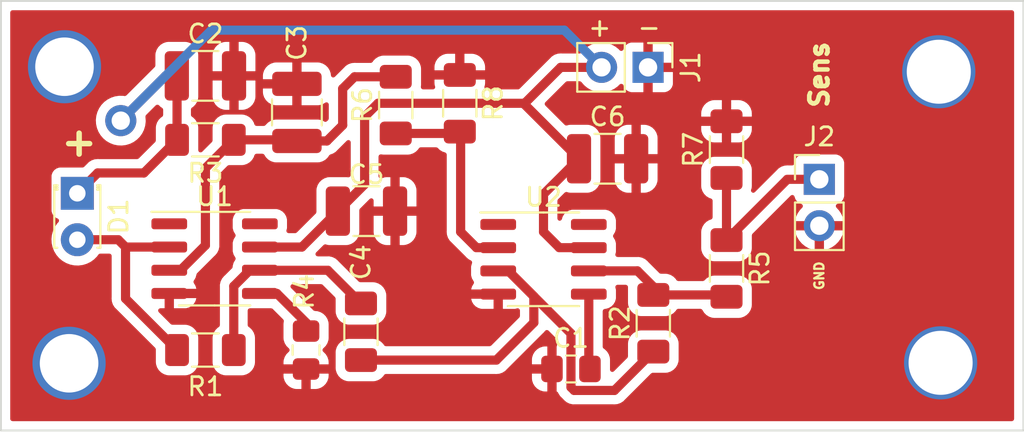
<source format=kicad_pcb>
(kicad_pcb (version 20211014) (generator pcbnew)
  (layers (0 "F.Cu" signal) (31 "B.Cu" signal) (34 "B.Paste" user) (35 "F.Paste" user) (36 "B.SilkS" user "B.Silkscreen") (37 "F.SilkS" user "F.Silkscreen") (38 "B.Mask" user) (39 "F.Mask" user) (44 "Edge.Cuts" user))
  (net 0 "")
  (net 1 "GND")
  (net 3 "+15V")
  (net 4 "Net-(C3-Pad1)")
  (net 5 "unconnected-(C4-Pad1)")
  (net 6 "Net-(D1-Pad2)")
  (net 7 "Net-(J2-Pad1)")
  (net 8 "Net-(R1-Pad2)")
  (net 13 "Net-(R2-Pad1)")
  (net 14 "Net-(R2-Pad2)")
  (net 15 "Net-(R6-Pad1)")
  (net 17 "unconnected-(U2-Pad5)")
  (footprint "Package_SO:SOIC-8_3.9x4.9mm_P1.27mm" (layer "F.Cu") (at 121.5 94)
    (fp_text reference "U1" (at 0 -3.4) (layer "F.SilkS"))
    (fp_text value "AD8021ARZ")
    (fp_line (start 0 2.56) (end -1.95 2.56) (layer "F.SilkS") (width 0.12))
    (fp_line (start 0 2.56) (end 1.95 2.56) (layer "F.SilkS") (width 0.12))
    (fp_line (start 0 -2.56) (end -3.45 -2.56) (layer "F.SilkS") (width 0.12))
    (fp_line (start 0 -2.56) (end 1.95 -2.56) (layer "F.SilkS") (width 0.12))
    (pad "1" smd roundrect (at -2.475 -1.905) (size 1.95 0.6) (layers "F.Cu" "F.Paste" "F.Mask"))
    (pad "2" smd roundrect (at -2.475 -0.635) (size 1.95 0.6) (layers "F.Cu" "F.Paste" "F.Mask") (net 6 "Net-(D1-Pad2)"))
    (pad "3" smd roundrect (at -2.475 0.635) (size 1.95 0.6) (layers "F.Cu" "F.Paste" "F.Mask") (net 4 "Net-(C3-Pad1)"))
    (pad "4" smd roundrect (at -2.475 1.905) (size 1.95 0.6) (layers "F.Cu" "F.Paste" "F.Mask") (net 1 "GND"))
    (pad "5" smd roundrect (at 2.475 1.905) (size 1.95 0.6) (layers "F.Cu" "F.Paste" "F.Mask"))
    (pad "6" smd roundrect (at 2.475 0.635) (size 1.95 0.6) (layers "F.Cu" "F.Paste" "F.Mask") (net 8 "Net-(R1-Pad2)"))
    (pad "7" smd roundrect (at 2.475 -0.635) (size 1.95 0.6) (layers "F.Cu" "F.Paste" "F.Mask") (net 3 "+15V"))
    (pad "8" smd roundrect (at 2.475 -1.905) (size 1.95 0.6) (layers "F.Cu" "F.Paste" "F.Mask"))
  )
  (footprint "Package_SO:SOIC-8_3.9x4.9mm_P1.27mm" (layer "F.Cu") (at 139.475 94.035)
    (fp_text reference "U2" (at 0 -3.4) (layer "F.SilkS"))
    (fp_text value "AD8021ARZ")
    (fp_line (start 0 -2.56) (end 1.95 -2.56) (layer "F.SilkS") (width 0.12))
    (fp_line (start 0 2.56) (end 1.95 2.56) (layer "F.SilkS") (width 0.12))
    (fp_line (start 0 -2.56) (end -3.45 -2.56) (layer "F.SilkS") (width 0.12))
    (fp_line (start 0 2.56) (end -1.95 2.56) (layer "F.SilkS") (width 0.12))
    (pad "1" smd roundrect (at -2.475 -1.905) (size 1.95 0.6) (layers "F.Cu" "F.Paste" "F.Mask"))
    (pad "2" smd roundrect (at -2.475 -0.635) (size 1.95 0.6) (layers "F.Cu" "F.Paste" "F.Mask") (net 15 "Net-(R6-Pad1)"))
    (pad "3" smd roundrect (at -2.475 0.635) (size 1.95 0.6) (layers "F.Cu" "F.Paste" "F.Mask") (net 13 "Net-(R2-Pad1)"))
    (pad "4" smd roundrect (at -2.475 1.905) (size 1.95 0.6) (layers "F.Cu" "F.Paste" "F.Mask") (net 1 "GND"))
    (pad "5" smd roundrect (at 2.475 1.905) (size 1.95 0.6) (layers "F.Cu" "F.Paste" "F.Mask") (net 17 "unconnected-(U2-Pad5)"))
    (pad "6" smd roundrect (at 2.475 0.635) (size 1.95 0.6) (layers "F.Cu" "F.Paste" "F.Mask") (net 14 "Net-(R2-Pad2)"))
    (pad "7" smd roundrect (at 2.475 -0.635) (size 1.95 0.6) (layers "F.Cu" "F.Paste" "F.Mask") (net 3 "+15V"))
    (pad "8" smd roundrect (at 2.475 -1.905) (size 1.95 0.6) (layers "F.Cu" "F.Paste" "F.Mask"))
  )
  (footprint "" (layer "F.Cu") (at 116.375 86.45)
    (fp_text reference "" (at 0 0) (layer "F.SilkS") (effects (font (size 1.27 1.27))))
    (fp_text value "" (at 0 0) (layer "F.SilkS") (effects (font (size 1.27 1.27))))
    (pad "2" thru_hole oval (at 0 0 270) (size 1.7 1.7) (drill 1) (layers F&B.Cu *.Mask) (net 3 "+15V"))
  )
  (footprint "Connector_PinHeader_2.54mm:PinHeader_1x02_P2.54mm_Vertical" (layer "F.Cu") (at 154.546472 89.66)
    (fp_text reference "J2" (at 0 -2.33) (layer "F.SilkS"))
    (fp_text value "output")
    (fp_line (start -1.33 1.27) (end 1.33 1.27) (layer "F.SilkS") (width 0.12))
    (fp_line (start -1.33 0) (end -1.33 -1.33) (layer "F.SilkS") (width 0.12))
    (fp_line (start -1.33 1.27) (end -1.33 3.87) (layer "F.SilkS") (width 0.12))
    (fp_line (start -1.33 3.87) (end 1.33 3.87) (layer "F.SilkS") (width 0.12))
    (fp_line (start -1.33 -1.33) (end 0 -1.33) (layer "F.SilkS") (width 0.12))
    (fp_line (start 1.33 1.27) (end 1.33 3.87) (layer "F.SilkS") (width 0.12))
    (pad "1" thru_hole rect (at 0 0) (size 1.7 1.7) (drill 1) (layers *.Cu *.Mask) (net 7 "Net-(J2-Pad1)"))
    (pad "2" thru_hole oval (at 0 2.54) (size 1.7 1.7) (drill 1) (layers *.Cu *.Mask) (net 1 "GND"))
  )
  (footprint "Connector_PinHeader_2.54mm:PinHeader_1x02_P2.54mm_Vertical" (layer "F.Cu") (at 145.1875 83.535 -90)
    (fp_text reference "J1" (at 0 -2.33 90) (layer "F.SilkS"))
    (fp_text value "input")
    (fp_line (start -1.33 1.27) (end -1.33 3.87) (layer "F.SilkS") (width 0.12))
    (fp_line (start -1.33 3.87) (end 1.33 3.87) (layer "F.SilkS") (width 0.12))
    (fp_line (start -1.33 -1.33) (end 0 -1.33) (layer "F.SilkS") (width 0.12))
    (fp_line (start -1.33 1.27) (end 1.33 1.27) (layer "F.SilkS") (width 0.12))
    (fp_line (start -1.33 0) (end -1.33 -1.33) (layer "F.SilkS") (width 0.12))
    (fp_line (start 1.33 1.27) (end 1.33 3.87) (layer "F.SilkS") (width 0.12))
    (pad "1" thru_hole rect (at 0 0 270) (size 1.7 1.7) (drill 1) (layers *.Cu *.Mask) (net 1 "GND"))
    (pad "2" thru_hole oval (at 0 2.54 270) (size 1.7 1.7) (drill 1) (layers *.Cu *.Mask) (net 3 "+15V"))
  )
  (footprint "Resistor_SMD:R_1206_3216Metric_Pad1.30x1.75mm_HandSolder" (layer "F.Cu") (at 134.9 85.5 -90)
    (fp_text reference "R8" (at 0 -1.82 90) (layer "F.SilkS"))
    (fp_text value "3k6")
    (fp_line (start -0.727064 0.91) (end 0.727064 0.91) (layer "F.SilkS") (width 0.12))
    (fp_line (start -0.727064 -0.91) (end 0.727064 -0.91) (layer "F.SilkS") (width 0.12))
    (pad "1" smd roundrect (at -1.55 0 270) (size 1.3 1.75) (layers "F.Cu" "F.Paste" "F.Mask") (roundrect_rratio 0.1923076923) (net 1 "GND"))
    (pad "2" smd roundrect (at 1.55 0 270) (size 1.3 1.75) (layers "F.Cu" "F.Paste" "F.Mask") (roundrect_rratio 0.1923076923) (net 15 "Net-(R6-Pad1)"))
  )
  (footprint "Resistor_SMD:R_1206_3216Metric_Pad1.30x1.75mm_HandSolder" (layer "F.Cu") (at 149.475 88.035 90)
    (fp_text reference "R7" (at 0 -1.82 90) (layer "F.SilkS"))
    (fp_text value "470")
    (fp_line (start -0.727064 -0.91) (end 0.727064 -0.91) (layer "F.SilkS") (width 0.12))
    (fp_line (start -0.727064 0.91) (end 0.727064 0.91) (layer "F.SilkS") (width 0.12))
    (pad "1" smd roundrect (at -1.55 0 90) (size 1.3 1.75) (layers "F.Cu" "F.Paste" "F.Mask") (roundrect_rratio 0.1923076923) (net 7 "Net-(J2-Pad1)"))
    (pad "2" smd roundrect (at 1.55 0 90) (size 1.3 1.75) (layers "F.Cu" "F.Paste" "F.Mask") (roundrect_rratio 0.1923076923) (net 1 "GND"))
  )
  (footprint "Resistor_SMD:R_1206_3216Metric_Pad1.30x1.75mm_HandSolder" (layer "F.Cu") (at 129.5 98 90)
    (fp_text reference "R4" (at 2.2 -3.1 90) (layer "F.SilkS"))
    (fp_text value "510")
    (fp_line (start -0.727064 0.91) (end 0.727064 0.91) (layer "F.SilkS") (width 0.12))
    (fp_line (start -0.727064 -0.91) (end 0.727064 -0.91) (layer "F.SilkS") (width 0.12))
    (pad "1" smd roundrect (at -1.55 0 90) (size 1.3 1.75) (layers "F.Cu" "F.Paste" "F.Mask") (roundrect_rratio 0.1923076923) (net 13 "Net-(R2-Pad1)"))
    (pad "2" smd roundrect (at 1.55 0 90) (size 1.3 1.75) (layers "F.Cu" "F.Paste" "F.Mask") (roundrect_rratio 0.1923076923) (net 8 "Net-(R1-Pad2)"))
  )
  (footprint "Resistor_SMD:R_1206_3216Metric_Pad1.30x1.75mm_HandSolder" (layer "F.Cu") (at 145.475 97.535 90)
    (fp_text reference "R2" (at 0 -1.82 90) (layer "F.SilkS"))
    (fp_text value "110k")
    (fp_line (start -0.727064 -0.91) (end 0.727064 -0.91) (layer "F.SilkS") (width 0.12))
    (fp_line (start -0.727064 0.91) (end 0.727064 0.91) (layer "F.SilkS") (width 0.12))
    (pad "1" smd roundrect (at -1.55 0 90) (size 1.3 1.75) (layers "F.Cu" "F.Paste" "F.Mask") (roundrect_rratio 0.1923076923) (net 13 "Net-(R2-Pad1)"))
    (pad "2" smd roundrect (at 1.55 0 90) (size 1.3 1.75) (layers "F.Cu" "F.Paste" "F.Mask") (roundrect_rratio 0.1923076923) (net 14 "Net-(R2-Pad2)"))
  )
  (footprint "Resistor_SMD:R_1206_3216Metric_Pad1.30x1.75mm_HandSolder" (layer "F.Cu") (at 121 87.5 180)
    (fp_text reference "R3" (at 0 -1.82) (layer "F.SilkS"))
    (fp_text value "7k5")
    (fp_line (start -0.727064 0.91) (end 0.727064 0.91) (layer "F.SilkS") (width 0.12))
    (fp_line (start -0.727064 -0.91) (end 0.727064 -0.91) (layer "F.SilkS") (width 0.12))
    (pad "1" smd roundrect (at -1.55 0 180) (size 1.3 1.75) (layers "F.Cu" "F.Paste" "F.Mask") (roundrect_rratio 0.1923076923) (net 4 "Net-(C3-Pad1)"))
    (pad "2" smd roundrect (at 1.55 0 180) (size 1.3 1.75) (layers "F.Cu" "F.Paste" "F.Mask") (roundrect_rratio 0.1923076923) (net 3 "+15V"))
  )
  (footprint "Resistor_SMD:R_1206_3216Metric_Pad1.30x1.75mm_HandSolder" (layer "F.Cu") (at 149.475 94.535 -90)
    (fp_text reference "R5" (at 0 -1.82 90) (layer "F.SilkS"))
    (fp_text value "1k")
    (fp_line (start -0.727064 -0.91) (end 0.727064 -0.91) (layer "F.SilkS") (width 0.12))
    (fp_line (start -0.727064 0.91) (end 0.727064 0.91) (layer "F.SilkS") (width 0.12))
    (pad "1" smd roundrect (at -1.55 0 270) (size 1.3 1.75) (layers "F.Cu" "F.Paste" "F.Mask") (roundrect_rratio 0.1923076923) (net 7 "Net-(J2-Pad1)"))
    (pad "2" smd roundrect (at 1.55 0 270) (size 1.3 1.75) (layers "F.Cu" "F.Paste" "F.Mask") (roundrect_rratio 0.1923076923) (net 14 "Net-(R2-Pad2)"))
  )
  (footprint "Capacitor_SMD:C_0805_2012Metric_Pad1.18x1.45mm_HandSolder" (layer "F.Cu") (at 140.975 100.035)
    (fp_text reference "C1" (at 0 -1.68) (layer "F.SilkS"))
    (fp_text value "10pF")
    (fp_line (start -0.261252 0.735) (end 0.261252 0.735) (layer "F.SilkS") (width 0.12))
    (fp_line (start -0.261252 -0.735) (end 0.261252 -0.735) (layer "F.SilkS") (width 0.12))
    (pad "1" smd roundrect (at -1.0375 0) (size 1.175 1.45) (layers "F.Cu" "F.Paste" "F.Mask") (roundrect_rratio 0.2127659574) (net 1 "GND"))
    (pad "2" smd roundrect (at 1.0375 0) (size 1.175 1.45) (layers "F.Cu" "F.Paste" "F.Mask") (roundrect_rratio 0.2127659574))
  )
  (footprint "Resistor_SMD:R_1206_3216Metric_Pad1.30x1.75mm_HandSolder" (layer "F.Cu") (at 131.4 85.6 90)
    (fp_text reference "R6" (at 0 -1.82 90) (layer "F.SilkS"))
    (fp_text value "110")
    (fp_line (start -0.727064 -0.91) (end 0.727064 -0.91) (layer "F.SilkS") (width 0.12))
    (fp_line (start -0.727064 0.91) (end 0.727064 0.91) (layer "F.SilkS") (width 0.12))
    (pad "1" smd roundrect (at -1.55 0 90) (size 1.3 1.75) (layers "F.Cu" "F.Paste" "F.Mask") (roundrect_rratio 0.1923076923) (net 15 "Net-(R6-Pad1)"))
    (pad "2" smd roundrect (at 1.55 0 90) (size 1.3 1.75) (layers "F.Cu" "F.Paste" "F.Mask") (roundrect_rratio 0.1923076923) (net 4 "Net-(C3-Pad1)"))
  )
  (footprint "Capacitor_SMD:C_0805_2012Metric_Pad1.18x1.45mm_HandSolder" (layer "F.Cu") (at 126.5 99 -90)
    (fp_text reference "C4" (at -4.8 -3 90) (layer "F.SilkS"))
    (fp_text value "10pF")
    (fp_line (start -0.261252 0.735) (end 0.261252 0.735) (layer "F.SilkS") (width 0.12))
    (fp_line (start -0.261252 -0.735) (end 0.261252 -0.735) (layer "F.SilkS") (width 0.12))
    (pad "1" smd roundrect (at -1.0375 0 270) (size 1.175 1.45) (layers "F.Cu" "F.Paste" "F.Mask") (roundrect_rratio 0.2127659574) (net 5 "unconnected-(C4-Pad1)"))
    (pad "2" smd roundrect (at 1.0375 0 270) (size 1.175 1.45) (layers "F.Cu" "F.Paste" "F.Mask") (roundrect_rratio 0.2127659574) (net 1 "GND"))
  )
  (footprint "LED_THT:LED_D1.8mm_W3.3mm_H2.4mm" (layer "F.Cu") (at 114 90.425 -90)
    (fp_text reference "D1" (at 1.27 -2.26 -90) (layer "F.SilkS"))
    (fp_text value "D_SiPM")
    (fp_line (start -0.44 1.26) (end 2.98 1.26) (layer "F.SilkS") (width 0.12))
    (fp_line (start 2.98 1.095) (end 2.98 1.26) (layer "F.SilkS") (width 0.12))
    (fp_line (start -0.32 1.08) (end -0.32 1.26) (layer "F.SilkS") (width 0.12))
    (fp_line (start -0.44 1.08) (end -0.44 1.26) (layer "F.SilkS") (width 0.12))
    (fp_line (start 2.98 -1.26) (end 2.98 -1.095) (layer "F.SilkS") (width 0.12))
    (fp_line (start -0.2 1.08) (end -0.2 1.26) (layer "F.SilkS") (width 0.12))
    (fp_line (start -0.2 -1.26) (end -0.2 -1.08) (layer "F.SilkS") (width 0.12))
    (fp_line (start -0.32 -1.26) (end -0.32 -1.08) (layer "F.SilkS") (width 0.12))
    (fp_line (start -0.44 -1.26) (end 2.98 -1.26) (layer "F.SilkS") (width 0.12))
    (fp_line (start -0.44 -1.26) (end -0.44 -1.08) (layer "F.SilkS") (width 0.12))
    (pad "1" thru_hole rect (at 0 0 270) (size 1.8 1.8) (drill 0.9) (layers *.Cu *.Mask) (net 3 "+15V"))
    (pad "2" thru_hole circle (at 2.54 0 270) (size 1.8 1.8) (drill 0.9) (layers *.Cu *.Mask) (net 6 "Net-(D1-Pad2)"))
  )
  (footprint "Resistor_SMD:R_1206_3216Metric_Pad1.30x1.75mm_HandSolder" (layer "F.Cu") (at 121 99)
    (fp_text reference "R1" (at 0 2) (layer "F.SilkS"))
    (fp_text value "11k")
    (fp_line (start -0.727064 0.91) (end 0.727064 0.91) (layer "F.SilkS") (width 0.12))
    (fp_line (start -0.727064 -0.91) (end 0.727064 -0.91) (layer "F.SilkS") (width 0.12))
    (pad "1" smd roundrect (at -1.55 0) (size 1.3 1.75) (layers "F.Cu" "F.Paste" "F.Mask") (roundrect_rratio 0.1923076923) (net 6 "Net-(D1-Pad2)"))
    (pad "2" smd roundrect (at 1.55 0) (size 1.3 1.75) (layers "F.Cu" "F.Paste" "F.Mask") (roundrect_rratio 0.1923076923) (net 8 "Net-(R1-Pad2)"))
  )
  (footprint "Capacitor_SMD:C_1210_3225Metric_Pad1.33x2.70mm_HandSolder" (layer "F.Cu") (at 142.975 88.535)
    (fp_text reference "C6" (at 0 -2.3) (layer "F.SilkS"))
    (fp_text value "100n")
    (fp_line (start -0.711252 1.36) (end 0.711252 1.36) (layer "F.SilkS") (width 0.12))
    (fp_line (start -0.711252 -1.36) (end 0.711252 -1.36) (layer "F.SilkS") (width 0.12))
    (pad "1" smd roundrect (at -1.5625 0) (size 1.325 2.7) (layers "F.Cu" "F.Paste" "F.Mask") (roundrect_rratio 0.1886792453) (net 3 "+15V"))
    (pad "2" smd roundrect (at 1.5625 0) (size 1.325 2.7) (layers "F.Cu" "F.Paste" "F.Mask") (roundrect_rratio 0.1886792453) (net 1 "GND"))
  )
  (footprint "Capacitor_SMD:C_1210_3225Metric_Pad1.33x2.70mm_HandSolder" (layer "F.Cu") (at 129.8 91.4)
    (fp_text reference "C5" (at 0 -2) (layer "F.SilkS"))
    (fp_text value "100n")
    (fp_line (start -0.711252 -1.36) (end 0.711252 -1.36) (layer "F.SilkS") (width 0.12))
    (fp_line (start -0.711252 1.36) (end 0.711252 1.36) (layer "F.SilkS") (width 0.12))
    (pad "1" smd roundrect (at -1.5625 0) (size 1.325 2.7) (layers "F.Cu" "F.Paste" "F.Mask") (roundrect_rratio 0.1886792453) (net 3 "+15V"))
    (pad "2" smd roundrect (at 1.5625 0) (size 1.325 2.7) (layers "F.Cu" "F.Paste" "F.Mask") (roundrect_rratio 0.1886792453) (net 1 "GND"))
  )
  (footprint "Capacitor_SMD:C_1210_3225Metric_Pad1.33x2.70mm_HandSolder" (layer "F.Cu") (at 126 86 90)
    (fp_text reference "C3" (at 3.8 0 90) (layer "F.SilkS"))
    (fp_text value "100n")
    (fp_line (start -0.711252 -1.36) (end 0.711252 -1.36) (layer "F.SilkS") (width 0.12))
    (fp_line (start -0.711252 1.36) (end 0.711252 1.36) (layer "F.SilkS") (width 0.12))
    (pad "1" smd roundrect (at -1.5625 0 90) (size 1.325 2.7) (layers "F.Cu" "F.Paste" "F.Mask") (roundrect_rratio 0.1886792453) (net 4 "Net-(C3-Pad1)"))
    (pad "2" smd roundrect (at 1.5625 0 90) (size 1.325 2.7) (layers "F.Cu" "F.Paste" "F.Mask") (roundrect_rratio 0.1886792453) (net 1 "GND"))
  )
  (footprint "Capacitor_SMD:C_1210_3225Metric_Pad1.33x2.70mm_HandSolder" (layer "F.Cu") (at 121 84)
    (fp_text reference "C2" (at 0 -2.3) (layer "F.SilkS"))
    (fp_text value "100n")
    (fp_line (start -0.711252 -1.36) (end 0.711252 -1.36) (layer "F.SilkS") (width 0.12))
    (fp_line (start -0.711252 1.36) (end 0.711252 1.36) (layer "F.SilkS") (width 0.12))
    (pad "1" smd roundrect (at -1.5625 0) (size 1.325 2.7) (layers "F.Cu" "F.Paste" "F.Mask") (roundrect_rratio 0.1886792453) (net 3 "+15V"))
    (pad "2" smd roundrect (at 1.5625 0) (size 1.325 2.7) (layers "F.Cu" "F.Paste" "F.Mask") (roundrect_rratio 0.1886792453) (net 1 "GND"))
  )
  (gr_rect (start 109.825 79.9) (end 165.7 103.4) (layer "Edge.Cuts") (width 0.1) (fill none))
  (gr_text "+" (at 142.546472 81.335) (layer "F.SilkS") (effects (font (size 1 1))))
  (gr_text "Sens" (at 154.546472 83.935 90) (layer "F.SilkS") (effects (font (size 1 1) (thickness 0.25))))
  (gr_text "GND" (at 154.546472 94.935 90) (layer "F.SilkS") (effects (font (size 0.5 0.5) (thickness 0.125))))
  (gr_text "-" (at 145.246472 81.335) (layer "F.SilkS") (effects (font (size 1 1))))
  (gr_text "+\n" (at 114.1 87.6) (layer "F.SilkS") (effects (font (size 1.5 1.5) (thickness 0.3))))
  (via (at 161.175 99.7) (size 4) (drill 3.5) (layers "F.Cu" "B.Cu") (net 1))
  (via (at 113.3 83.5) (size 4) (drill 3.2) (layers "F.Cu" "B.Cu") (net 1))
  (via (at 113.55 99.725) (size 4) (drill 3.2) (layers "F.Cu" "B.Cu") (net 1))
  (via (at 161.075 83.775) (size 4) (drill 3.5) (layers "F.Cu" "B.Cu") (net 1))
  (segment (start 139.475 92.535) (end 139.475 90.4725) (width 0.5) (layer "F.Cu") (net 3))
  (segment (start 118.825 84) (end 116.375 86.45) (width 0.5) (layer "F.Cu") (net 3))
  (segment (start 142.6475 83.535) (end 140.4125 83.535) (width 0.5) (layer "F.Cu") (net 3))
  (segment (start 126.2725 93.365) (end 128.2375 91.4) (width 0.5) (layer "F.Cu") (net 3))
  (segment (start 130.435051 85.5) (end 129.7 86.235051) (width 0.5) (layer "F.Cu") (net 3))
  (segment (start 129.7 86.235051) (end 129.7 89.9375) (width 0.5) (layer "F.Cu") (net 3))
  (segment (start 123.975 93.365) (end 126.2725 93.365) (width 0.5) (layer "F.Cu") (net 3))
  (segment (start 129.7 89.9375) (end 128.2375 91.4) (width 0.5) (layer "F.Cu") (net 3))
  (segment (start 140.34 93.4) (end 139.475 92.535) (width 0.5) (layer "F.Cu") (net 3))
  (segment (start 141.95 93.4) (end 140.34 93.4) (width 0.5) (layer "F.Cu") (net 3))
  (segment (start 119.45 84.0125) (end 119.4375 84) (width 0.5) (layer "F.Cu") (net 3))
  (segment (start 138.3775 85.5) (end 138.4125 85.535) (width 0.5) (layer "F.Cu") (net 3))
  (segment (start 141.4125 88.535) (end 138.4125 85.535) (width 0.5) (layer "F.Cu") (net 3))
  (segment (start 140.4125 83.535) (end 138.4125 85.535) (width 0.5) (layer "F.Cu") (net 3))
  (segment (start 114 90.425) (end 115.112182 89.312818) (width 0.5) (layer "F.Cu") (net 3))
  (segment (start 115.112182 89.312818) (end 117.637182 89.312818) (width 0.5) (layer "F.Cu") (net 3))
  (segment (start 119.4375 84) (end 118.825 84) (width 0.5) (layer "F.Cu") (net 3))
  (segment (start 130.435051 85.5) (end 138.3775 85.5) (width 0.5) (layer "F.Cu") (net 3))
  (segment (start 139.475 90.4725) (end 141.4125 88.535) (width 0.5) (layer "F.Cu") (net 3))
  (segment (start 117.637182 89.312818) (end 119.45 87.5) (width 0.5) (layer "F.Cu") (net 3))
  (segment (start 119.45 87.5) (end 119.45 84.0125) (width 0.5) (layer "F.Cu") (net 3))
  (segment (start 142.6475 83.535) (end 140.6125 81.5) (width 0.5) (layer "B.Cu") (net 3))
  (segment (start 121.325 81.5) (end 116.375 86.45) (width 0.5) (layer "B.Cu") (net 3))
  (segment (start 140.6125 81.5) (end 121.325 81.5) (width 0.5) (layer "B.Cu") (net 3))
  (segment (start 129.15 84.05) (end 131.4 84.05) (width 0.5) (layer "F.Cu") (net 4))
  (segment (start 128.5 86.7) (end 128.5 84.7) (width 0.5) (layer "F.Cu") (net 4))
  (segment (start 125.9375 87.5) (end 126 87.5625) (width 0.5) (layer "F.Cu") (net 4))
  (segment (start 128.5 84.7) (end 129.15 84.05) (width 0.5) (layer "F.Cu") (net 4))
  (segment (start 121 89.05) (end 122.55 87.5) (width 0.5) (layer "F.Cu") (net 4))
  (segment (start 121 93.27) (end 121 89.05) (width 0.5) (layer "F.Cu") (net 4))
  (segment (start 122.55 87.5) (end 125.9375 87.5) (width 0.5) (layer "F.Cu") (net 4))
  (segment (start 126 87.5625) (end 127.6375 87.5625) (width 0.5) (layer "F.Cu") (net 4))
  (segment (start 119.025 94.635) (end 119.635 94.635) (width 0.5) (layer "F.Cu") (net 4))
  (segment (start 127.6375 87.5625) (end 128.5 86.7) (width 0.5) (layer "F.Cu") (net 4))
  (segment (start 119.635 94.635) (end 121 93.27) (width 0.5) (layer "F.Cu") (net 4))
  (segment (start 126.4375 87.5) (end 126.5 87.5625) (width 0.5) (layer "F.Cu") (net 4))
  (segment (start 126.5 97.5) (end 126.5 97.9625) (width 0.5) (layer "F.Cu") (net 5))
  (segment (start 123.975 95.905) (end 124.905 95.905) (width 0.5) (layer "F.Cu") (net 5))
  (segment (start 124.905 95.905) (end 126.5 97.5) (width 0.5) (layer "F.Cu") (net 5))
  (segment (start 116.635 93.365) (end 119.025 93.365) (width 0.5) (layer "F.Cu") (net 6))
  (segment (start 116.635 96.185) (end 119.45 99) (width 0.5) (layer "F.Cu") (net 6))
  (segment (start 116.235 92.965) (end 116.635 93.365) (width 0.5) (layer "F.Cu") (net 6))
  (segment (start 116.635 93.365) (end 116.635 96.185) (width 0.5) (layer "F.Cu") (net 6))
  (segment (start 114 92.965) (end 116.235 92.965) (width 0.5) (layer "F.Cu") (net 6))
  (segment (start 149.475 92.985) (end 149.475 89.585) (width 0.5) (layer "F.Cu") (net 7))
  (segment (start 149.475 92.985) (end 152.8 89.66) (width 0.5) (layer "F.Cu") (net 7))
  (segment (start 152.8 89.66) (end 154.546472 89.66) (width 0.5) (layer "F.Cu") (net 7))
  (segment (start 122.55 95.506472) (end 122.55 99) (width 0.5) (layer "F.Cu") (net 8))
  (segment (start 123.421472 94.635) (end 122.55 95.506472) (width 0.5) (layer "F.Cu") (net 8))
  (segment (start 123.975 94.635) (end 127.685 94.635) (width 0.5) (layer "F.Cu") (net 8))
  (segment (start 127.685 94.635) (end 129.5 96.45) (width 0.5) (layer "F.Cu") (net 8))
  (segment (start 123.975 94.635) (end 123.421472 94.635) (width 0.5) (layer "F.Cu") (net 8))
  (segment (start 129.5 99.55) (end 136.8975 99.55) (width 0.5) (layer "F.Cu") (net 13))
  (segment (start 143.35 101.21) (end 141.149999 101.21) (width 0.5) (layer "F.Cu") (net 13))
  (segment (start 129.5 99.55) (end 129.55 99.5) (width 0.5) (layer "F.Cu") (net 13))
  (segment (start 136.8975 99.55) (end 138.946472 97.501028) (width 0.5) (layer "F.Cu") (net 13))
  (segment (start 138.946472 97.501028) (end 138.946472 96.062944) (width 0.5) (layer "F.Cu") (net 13))
  (segment (start 140.975 101.035001) (end 140.975 98.091472) (width 0.5) (layer "F.Cu") (net 13))
  (segment (start 137.553528 94.67) (end 137 94.67) (width 0.5) (layer "F.Cu") (net 13))
  (segment (start 145.475 99.085) (end 143.35 101.21) (width 0.5) (layer "F.Cu") (net 13))
  (segment (start 138.946472 96.062944) (end 137.553528 94.67) (width 0.5) (layer "F.Cu") (net 13))
  (segment (start 141.149999 101.21) (end 140.975 101.035001) (width 0.5) (layer "F.Cu") (net 13))
  (segment (start 140.975 98.091472) (end 137.553528 94.67) (width 0.5) (layer "F.Cu") (net 13))
  (segment (start 149.375 95.985) (end 149.475 96.085) (width 0.5) (layer "F.Cu") (net 14))
  (segment (start 145.475 95.535) (end 144.61 94.67) (width 0.5) (layer "F.Cu") (net 14))
  (segment (start 144.61 94.67) (end 141.95 94.67) (width 0.5) (layer "F.Cu") (net 14))
  (segment (start 145.475 95.985) (end 145.475 95.535) (width 0.5) (layer "F.Cu") (net 14))
  (segment (start 145.475 95.985) (end 149.375 95.985) (width 0.5) (layer "F.Cu") (net 14))
  (segment (start 134.946472 92.535) (end 134.946472 87.085) (width 0.5) (layer "F.Cu") (net 15))
  (segment (start 131.4 87.15) (end 134.8 87.15) (width 0.5) (layer "F.Cu") (net 15))
  (segment (start 137 93.4) (end 135.811472 93.4) (width 0.5) (layer "F.Cu") (net 15))
  (segment (start 134.8 87.15) (end 134.9 87.05) (width 0.5) (layer "F.Cu") (net 15))
  (segment (start 135.811472 93.4) (end 134.946472 92.535) (width 0.5) (layer "F.Cu") (net 15))
  (segment (start 141.95 95.94) (end 141.95 99.9725) (width 0.5) (layer "F.Cu") (net 17))
  (zone (net 1) (net_name "GND") (layer "F.Cu") (connect_pads (clearance 0.508)) (min_thickness 0.254) (fill yes (thermal_gap 0.508) (thermal_bridge_width 0.508))
    (polygon (pts (xy 165.65 103.5) (xy 109.95 103.5) (xy 109.95 80) (xy 165.65 80)))
  )
)
</source>
